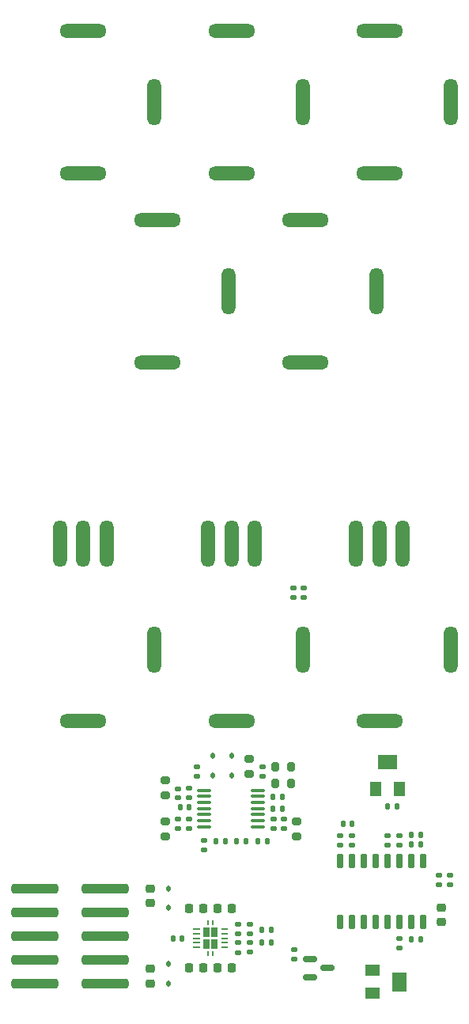
<source format=gbr>
%TF.GenerationSoftware,KiCad,Pcbnew,7.0.6*%
%TF.CreationDate,2023-07-23T13:51:40-05:00*%
%TF.ProjectId,ssi2131_ref,73736932-3133-4315-9f72-65662e6b6963,rev?*%
%TF.SameCoordinates,Original*%
%TF.FileFunction,Paste,Top*%
%TF.FilePolarity,Positive*%
%FSLAX46Y46*%
G04 Gerber Fmt 4.6, Leading zero omitted, Abs format (unit mm)*
G04 Created by KiCad (PCBNEW 7.0.6) date 2023-07-23 13:51:40*
%MOMM*%
%LPD*%
G01*
G04 APERTURE LIST*
G04 Aperture macros list*
%AMRoundRect*
0 Rectangle with rounded corners*
0 $1 Rounding radius*
0 $2 $3 $4 $5 $6 $7 $8 $9 X,Y pos of 4 corners*
0 Add a 4 corners polygon primitive as box body*
4,1,4,$2,$3,$4,$5,$6,$7,$8,$9,$2,$3,0*
0 Add four circle primitives for the rounded corners*
1,1,$1+$1,$2,$3*
1,1,$1+$1,$4,$5*
1,1,$1+$1,$6,$7*
1,1,$1+$1,$8,$9*
0 Add four rect primitives between the rounded corners*
20,1,$1+$1,$2,$3,$4,$5,0*
20,1,$1+$1,$4,$5,$6,$7,0*
20,1,$1+$1,$6,$7,$8,$9,0*
20,1,$1+$1,$8,$9,$2,$3,0*%
G04 Aperture macros list end*
%ADD10RoundRect,0.135000X0.135000X0.185000X-0.135000X0.185000X-0.135000X-0.185000X0.135000X-0.185000X0*%
%ADD11RoundRect,0.225000X0.225000X0.250000X-0.225000X0.250000X-0.225000X-0.250000X0.225000X-0.250000X0*%
%ADD12RoundRect,0.225000X-0.250000X0.225000X-0.250000X-0.225000X0.250000X-0.225000X0.250000X0.225000X0*%
%ADD13RoundRect,0.140000X-0.170000X0.140000X-0.170000X-0.140000X0.170000X-0.140000X0.170000X0.140000X0*%
%ADD14RoundRect,0.135000X-0.135000X-0.185000X0.135000X-0.185000X0.135000X0.185000X-0.135000X0.185000X0*%
%ADD15RoundRect,0.140000X0.140000X0.170000X-0.140000X0.170000X-0.140000X-0.170000X0.140000X-0.170000X0*%
%ADD16O,1.500000X5.000000*%
%ADD17O,5.000000X1.500000*%
%ADD18RoundRect,0.135000X-0.185000X0.135000X-0.185000X-0.135000X0.185000X-0.135000X0.185000X0.135000X0*%
%ADD19RoundRect,0.140000X-0.140000X-0.170000X0.140000X-0.170000X0.140000X0.170000X-0.140000X0.170000X0*%
%ADD20RoundRect,0.255000X2.245000X0.255000X-2.245000X0.255000X-2.245000X-0.255000X2.245000X-0.255000X0*%
%ADD21RoundRect,0.112500X0.112500X-0.187500X0.112500X0.187500X-0.112500X0.187500X-0.112500X-0.187500X0*%
%ADD22RoundRect,0.200000X0.275000X-0.200000X0.275000X0.200000X-0.275000X0.200000X-0.275000X-0.200000X0*%
%ADD23RoundRect,0.200000X-0.275000X0.200000X-0.275000X-0.200000X0.275000X-0.200000X0.275000X0.200000X0*%
%ADD24RoundRect,0.135000X0.185000X-0.135000X0.185000X0.135000X-0.185000X0.135000X-0.185000X-0.135000X0*%
%ADD25RoundRect,0.140000X0.170000X-0.140000X0.170000X0.140000X-0.170000X0.140000X-0.170000X-0.140000X0*%
%ADD26RoundRect,0.200000X0.200000X0.275000X-0.200000X0.275000X-0.200000X-0.275000X0.200000X-0.275000X0*%
%ADD27RoundRect,0.112500X-0.112500X0.187500X-0.112500X-0.187500X0.112500X-0.187500X0.112500X0.187500X0*%
%ADD28RoundRect,0.150000X-0.587500X-0.150000X0.587500X-0.150000X0.587500X0.150000X-0.587500X0.150000X0*%
%ADD29R,1.300000X1.600000*%
%ADD30R,2.000000X1.600000*%
%ADD31RoundRect,0.225000X-0.225000X-0.250000X0.225000X-0.250000X0.225000X0.250000X-0.225000X0.250000X0*%
%ADD32R,0.230000X0.230000*%
%ADD33O,0.800000X0.230000*%
%ADD34R,0.680000X1.050000*%
%ADD35R,0.260000X0.500000*%
%ADD36R,1.600000X1.300000*%
%ADD37R,1.600000X2.000000*%
%ADD38RoundRect,0.150000X0.150000X-0.650000X0.150000X0.650000X-0.150000X0.650000X-0.150000X-0.650000X0*%
%ADD39RoundRect,0.100000X-0.637500X-0.100000X0.637500X-0.100000X0.637500X0.100000X-0.637500X0.100000X0*%
G04 APERTURE END LIST*
D10*
%TO.C,R16*%
X165045500Y-120777000D03*
X164025500Y-120777000D03*
%TD*%
D11*
%TO.C,C3*%
X147350700Y-131726000D03*
X145800700Y-131726000D03*
%TD*%
D12*
%TO.C,C13*%
X169740500Y-131614000D03*
X169740500Y-133164000D03*
%TD*%
D13*
%TO.C,C2*%
X149235502Y-133441000D03*
X149235502Y-134401000D03*
%TD*%
D14*
%TO.C,R18*%
X145667000Y-124503000D03*
X146687000Y-124503000D03*
%TD*%
D15*
%TO.C,C12*%
X167525500Y-134994000D03*
X166565500Y-134994000D03*
%TD*%
D14*
%TO.C,R2*%
X150503502Y-134012000D03*
X151523502Y-134012000D03*
%TD*%
D11*
%TO.C,C7*%
X147350700Y-138076000D03*
X145800700Y-138076000D03*
%TD*%
D16*
%TO.C,RV4*%
X144780000Y-92710000D03*
X147280000Y-92710000D03*
X149780000Y-92710000D03*
%TD*%
%TO.C,J8*%
X170756500Y-45459000D03*
D17*
X163136500Y-53079000D03*
X163136500Y-37839000D03*
%TD*%
D18*
%TO.C,R11*%
X170688000Y-128139000D03*
X170688000Y-129159000D03*
%TD*%
D12*
%TO.C,C8*%
X138636500Y-129567000D03*
X138636500Y-131117000D03*
%TD*%
D19*
%TO.C,C10*%
X141828000Y-120904000D03*
X142788000Y-120904000D03*
%TD*%
D20*
%TO.C,J9*%
X133810500Y-139727000D03*
X126210500Y-139727000D03*
X133810500Y-137187000D03*
X126210500Y-137187000D03*
X133810500Y-134647000D03*
X126210500Y-134647000D03*
X133810500Y-132107000D03*
X126210500Y-132107000D03*
X133810500Y-129567000D03*
X126210500Y-129567000D03*
%TD*%
D21*
%TO.C,D1*%
X145288000Y-117467000D03*
X145288000Y-115367000D03*
%TD*%
D22*
%TO.C,R9*%
X149225000Y-117362000D03*
X149225000Y-115712000D03*
%TD*%
D18*
%TO.C,R13*%
X165295500Y-134954000D03*
X165295500Y-135974000D03*
%TD*%
D16*
%TO.C,J4*%
X139043500Y-45459000D03*
D17*
X131423500Y-53079000D03*
X131423500Y-37839000D03*
%TD*%
D22*
%TO.C,R26*%
X154305000Y-124050000D03*
X154305000Y-122400000D03*
%TD*%
D10*
%TO.C,R3*%
X151523502Y-135401000D03*
X150503502Y-135401000D03*
%TD*%
D18*
%TO.C,R1*%
X147965502Y-133381000D03*
X147965502Y-134401000D03*
%TD*%
%TO.C,R24*%
X144399000Y-124453000D03*
X144399000Y-125473000D03*
%TD*%
D23*
%TO.C,R20*%
X140208000Y-117998000D03*
X140208000Y-119648000D03*
%TD*%
D13*
%TO.C,C20*%
X152908000Y-122175000D03*
X152908000Y-123135000D03*
%TD*%
D12*
%TO.C,C9*%
X138636500Y-138177000D03*
X138636500Y-139727000D03*
%TD*%
D10*
%TO.C,R6*%
X152775000Y-119754000D03*
X151755000Y-119754000D03*
%TD*%
D18*
%TO.C,R30*%
X153924000Y-97407000D03*
X153924000Y-98427000D03*
%TD*%
D24*
%TO.C,R21*%
X143637000Y-117597000D03*
X143637000Y-116577000D03*
%TD*%
D21*
%TO.C,D4*%
X140530500Y-139727000D03*
X140530500Y-137627000D03*
%TD*%
D18*
%TO.C,R28*%
X151805000Y-122165000D03*
X151805000Y-123185000D03*
%TD*%
D16*
%TO.C,J5*%
X154900000Y-45459000D03*
D17*
X147280000Y-53079000D03*
X147280000Y-37839000D03*
%TD*%
D21*
%TO.C,D3*%
X140530500Y-131667000D03*
X140530500Y-129567000D03*
%TD*%
D25*
%TO.C,C18*%
X141605000Y-119873000D03*
X141605000Y-118913000D03*
%TD*%
D19*
%TO.C,C17*%
X166563500Y-123825000D03*
X167523500Y-123825000D03*
%TD*%
D26*
%TO.C,R7*%
X153640000Y-118357000D03*
X151990000Y-118357000D03*
%TD*%
D25*
%TO.C,C16*%
X165295500Y-124933000D03*
X165295500Y-123973000D03*
%TD*%
D14*
%TO.C,R27*%
X150124000Y-124503000D03*
X151144000Y-124503000D03*
%TD*%
D27*
%TO.C,D2*%
X147320000Y-115367000D03*
X147320000Y-117467000D03*
%TD*%
D24*
%TO.C,R10*%
X150622000Y-117597000D03*
X150622000Y-116577000D03*
%TD*%
D14*
%TO.C,R19*%
X147826000Y-124503000D03*
X148846000Y-124503000D03*
%TD*%
D28*
%TO.C,U2*%
X155702000Y-137160000D03*
X155702000Y-139060000D03*
X157577000Y-138110000D03*
%TD*%
D26*
%TO.C,R8*%
X153640000Y-116579000D03*
X151990000Y-116579000D03*
%TD*%
D18*
%TO.C,R29*%
X155067000Y-97407000D03*
X155067000Y-98427000D03*
%TD*%
D15*
%TO.C,C4*%
X142026500Y-134901000D03*
X141066500Y-134901000D03*
%TD*%
D29*
%TO.C,RV2*%
X162759846Y-118925000D03*
D30*
X164009846Y-116025000D03*
D29*
X165259846Y-118925000D03*
%TD*%
D16*
%TO.C,J3*%
X170756500Y-104006000D03*
D17*
X163136500Y-111626000D03*
%TD*%
D22*
%TO.C,R23*%
X140208000Y-124050000D03*
X140208000Y-122400000D03*
%TD*%
D13*
%TO.C,C5*%
X149235502Y-135401000D03*
X149235502Y-136361000D03*
%TD*%
D24*
%TO.C,R14*%
X160215500Y-124963000D03*
X160215500Y-123943000D03*
%TD*%
D31*
%TO.C,C1*%
X142727300Y-131726000D03*
X144277300Y-131726000D03*
%TD*%
D16*
%TO.C,RV3*%
X160636500Y-92710000D03*
X163136500Y-92710000D03*
X165636500Y-92710000D03*
%TD*%
D25*
%TO.C,C15*%
X158945500Y-124933000D03*
X158945500Y-123973000D03*
%TD*%
D15*
%TO.C,C14*%
X160215500Y-122675000D03*
X159255500Y-122675000D03*
%TD*%
D16*
%TO.C,RV5*%
X128923500Y-92710000D03*
X131423500Y-92710000D03*
X133923500Y-92710000D03*
%TD*%
D18*
%TO.C,R12*%
X169545000Y-128139000D03*
X169545000Y-129159000D03*
%TD*%
D32*
%TO.C,U1*%
X143284500Y-133901000D03*
D33*
X143569500Y-133901000D03*
D32*
X143284500Y-134401000D03*
D33*
X143569500Y-134401000D03*
D32*
X143284500Y-134901000D03*
D33*
X143569500Y-134901000D03*
D32*
X143284500Y-135401000D03*
D33*
X143569500Y-135401000D03*
D32*
X143284500Y-135901000D03*
D33*
X143569500Y-135901000D03*
X146519500Y-135901000D03*
D32*
X146804500Y-135901000D03*
D33*
X146519500Y-135401000D03*
D32*
X146804500Y-135401000D03*
D33*
X146519500Y-134901000D03*
D32*
X146804500Y-134901000D03*
D33*
X146519500Y-134401000D03*
D32*
X146804500Y-134401000D03*
D33*
X146519500Y-133901000D03*
D32*
X146804500Y-133901000D03*
D34*
X144594500Y-134266000D03*
X144594500Y-135536000D03*
D35*
X144794500Y-133271000D03*
X144794500Y-136531000D03*
X145294500Y-133271000D03*
X145294500Y-136531000D03*
D34*
X145494500Y-134266000D03*
X145494500Y-135536000D03*
%TD*%
D19*
%TO.C,C11*%
X151765000Y-121024000D03*
X152725000Y-121024000D03*
%TD*%
D16*
%TO.C,J1*%
X154900000Y-104006000D03*
D17*
X147280000Y-111626000D03*
%TD*%
D16*
%TO.C,J2*%
X139043500Y-104006000D03*
D17*
X131423500Y-111626000D03*
%TD*%
D36*
%TO.C,RV1*%
X162395500Y-138323000D03*
D37*
X165295500Y-139573000D03*
D36*
X162395500Y-140823000D03*
%TD*%
D38*
%TO.C,U4*%
X158945500Y-126664000D03*
X160215500Y-126664000D03*
X161485500Y-126664000D03*
X162755500Y-126664000D03*
X164025500Y-126664000D03*
X165295500Y-126664000D03*
X166565500Y-126664000D03*
X167835500Y-126664000D03*
X167835500Y-133164000D03*
X166565500Y-133164000D03*
X165295500Y-133164000D03*
X164025500Y-133164000D03*
X162755500Y-133164000D03*
X161485500Y-133164000D03*
X160215500Y-133164000D03*
X158945500Y-133164000D03*
%TD*%
D31*
%TO.C,C6*%
X142727300Y-138076000D03*
X144277300Y-138076000D03*
%TD*%
D18*
%TO.C,R4*%
X147965502Y-135401000D03*
X147965502Y-136421000D03*
%TD*%
D10*
%TO.C,R17*%
X167583500Y-124893000D03*
X166563500Y-124893000D03*
%TD*%
D16*
%TO.C,J6*%
X146971750Y-65652000D03*
D17*
X139351750Y-73272000D03*
X139351750Y-58032000D03*
%TD*%
D16*
%TO.C,J7*%
X162828250Y-65652000D03*
D17*
X155208250Y-73272000D03*
X155208250Y-58032000D03*
%TD*%
D39*
%TO.C,U3*%
X144399000Y-119074000D03*
X144399000Y-119724000D03*
X144399000Y-120374000D03*
X144399000Y-121024000D03*
X144399000Y-121674000D03*
X144399000Y-122324000D03*
X144399000Y-122974000D03*
X150124000Y-122974000D03*
X150124000Y-122324000D03*
X150124000Y-121674000D03*
X150124000Y-121024000D03*
X150124000Y-120374000D03*
X150124000Y-119724000D03*
X150124000Y-119074000D03*
%TD*%
D24*
%TO.C,R15*%
X164025500Y-124943000D03*
X164025500Y-123923000D03*
%TD*%
D18*
%TO.C,R25*%
X142748000Y-122165000D03*
X142748000Y-123185000D03*
%TD*%
D24*
%TO.C,R22*%
X142748000Y-119883000D03*
X142748000Y-118863000D03*
%TD*%
D18*
%TO.C,R5*%
X153972500Y-136142000D03*
X153972500Y-137162000D03*
%TD*%
D13*
%TO.C,C19*%
X141605000Y-122175000D03*
X141605000Y-123135000D03*
%TD*%
M02*

</source>
